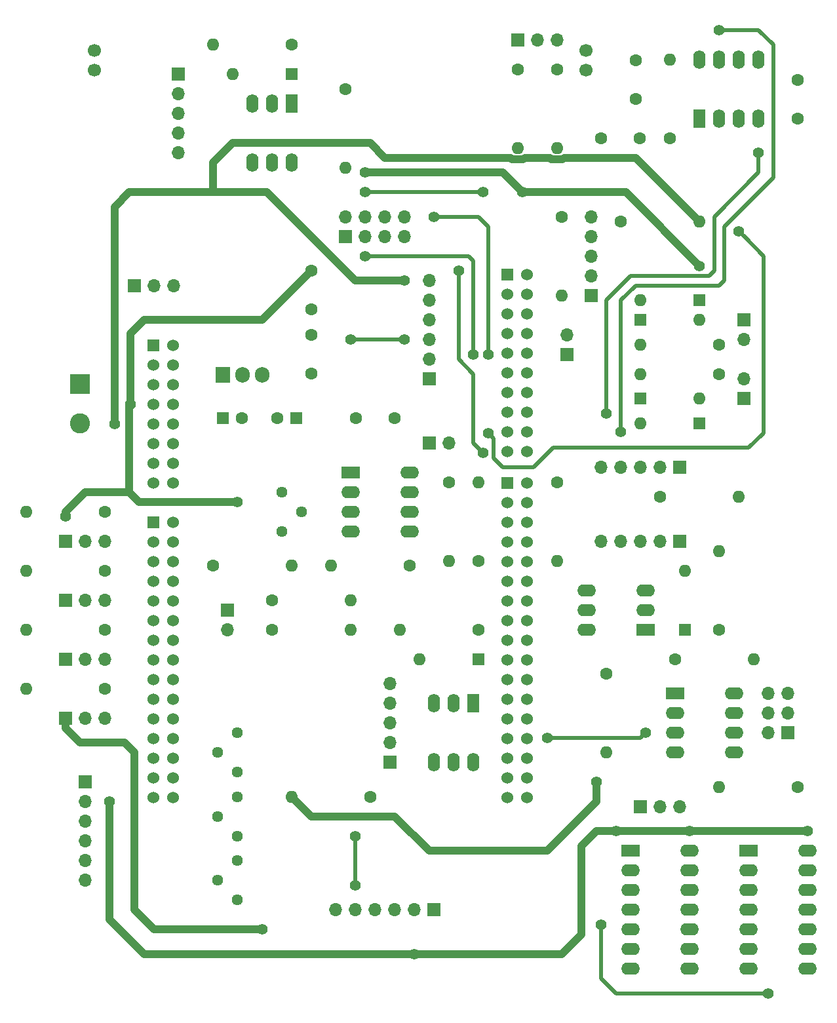
<source format=gbr>
%TF.GenerationSoftware,KiCad,Pcbnew,(5.1.6)-1*%
%TF.CreationDate,2022-04-08T07:46:14+02:00*%
%TF.ProjectId,carteDmx512vFinale,63617274-6544-46d7-9835-31327646696e,VILLEMEJANE*%
%TF.SameCoordinates,Original*%
%TF.FileFunction,Copper,L1,Top*%
%TF.FilePolarity,Positive*%
%FSLAX46Y46*%
G04 Gerber Fmt 4.6, Leading zero omitted, Abs format (unit mm)*
G04 Created by KiCad (PCBNEW (5.1.6)-1) date 2022-04-08 07:46:14*
%MOMM*%
%LPD*%
G01*
G04 APERTURE LIST*
%TA.AperFunction,ComponentPad*%
%ADD10O,1.600000X2.400000*%
%TD*%
%TA.AperFunction,ComponentPad*%
%ADD11R,1.600000X2.400000*%
%TD*%
%TA.AperFunction,ComponentPad*%
%ADD12R,1.530000X1.530000*%
%TD*%
%TA.AperFunction,ComponentPad*%
%ADD13C,1.530000*%
%TD*%
%TA.AperFunction,ComponentPad*%
%ADD14C,1.700000*%
%TD*%
%TA.AperFunction,ComponentPad*%
%ADD15O,1.600000X1.600000*%
%TD*%
%TA.AperFunction,ComponentPad*%
%ADD16C,1.600000*%
%TD*%
%TA.AperFunction,ComponentPad*%
%ADD17R,1.600000X1.600000*%
%TD*%
%TA.AperFunction,ComponentPad*%
%ADD18R,1.700000X1.700000*%
%TD*%
%TA.AperFunction,ComponentPad*%
%ADD19O,1.700000X1.700000*%
%TD*%
%TA.AperFunction,ComponentPad*%
%ADD20R,2.600000X2.600000*%
%TD*%
%TA.AperFunction,ComponentPad*%
%ADD21C,2.600000*%
%TD*%
%TA.AperFunction,ComponentPad*%
%ADD22C,1.440000*%
%TD*%
%TA.AperFunction,ComponentPad*%
%ADD23O,2.400000X1.600000*%
%TD*%
%TA.AperFunction,ComponentPad*%
%ADD24R,2.400000X1.600000*%
%TD*%
%TA.AperFunction,ComponentPad*%
%ADD25R,1.905000X2.000000*%
%TD*%
%TA.AperFunction,ComponentPad*%
%ADD26O,1.905000X2.000000*%
%TD*%
%TA.AperFunction,ViaPad*%
%ADD27C,1.400000*%
%TD*%
%TA.AperFunction,Conductor*%
%ADD28C,0.500000*%
%TD*%
%TA.AperFunction,Conductor*%
%ADD29C,1.000000*%
%TD*%
G04 APERTURE END LIST*
D10*
%TO.P,U10,8*%
%TO.N,Net-(C7-Pad1)*%
X103505000Y-26035000D03*
%TO.P,U10,4*%
%TO.N,EQ_Strobe*%
X111125000Y-33655000D03*
%TO.P,U10,7*%
%TO.N,EQ_Reset*%
X106045000Y-26035000D03*
%TO.P,U10,3*%
%TO.N,EQ_out*%
X108585000Y-33655000D03*
%TO.P,U10,6*%
%TO.N,Net-(C8-Pad1)*%
X108585000Y-26035000D03*
%TO.P,U10,2*%
%TO.N,GND*%
X106045000Y-33655000D03*
%TO.P,U10,5*%
%TO.N,Net-(C2-Pad2)*%
X111125000Y-26035000D03*
D11*
%TO.P,U10,1*%
%TO.N,3.3V*%
X103505000Y-33655000D03*
%TD*%
D12*
%TO.P,U7,CN8_1*%
%TO.N,Net-(U7-PadCN8_1)*%
X32985001Y-62970001D03*
D13*
%TO.P,U7,CN8_2*%
%TO.N,Bandeau_LED*%
X35525001Y-62970001D03*
%TO.P,U7,CN8_3*%
%TO.N,Net-(U7-PadCN8_3)*%
X32985001Y-65510001D03*
%TO.P,U7,CN8_4*%
%TO.N,Net-(U7-PadCN8_4)*%
X35525001Y-65510001D03*
%TO.P,U7,CN8_5*%
%TO.N,Net-(U7-PadCN8_5)*%
X32985001Y-68050001D03*
%TO.P,U7,CN8_6*%
%TO.N,Net-(U7-PadCN8_6)*%
X35525001Y-68050001D03*
%TO.P,U7,CN8_7*%
%TO.N,3.3V*%
X32985001Y-70590001D03*
%TO.P,U7,CN8_8*%
%TO.N,Net-(U7-PadCN8_8)*%
X35525001Y-70590001D03*
%TO.P,U7,CN8_9*%
%TO.N,5V*%
X32985001Y-73130001D03*
%TO.P,U7,CN8_10*%
%TO.N,Net-(U7-PadCN8_10)*%
X35525001Y-73130001D03*
%TO.P,U7,CN8_11*%
%TO.N,GND*%
X32985001Y-75670001D03*
%TO.P,U7,CN8_12*%
%TO.N,Net-(U7-PadCN8_12)*%
X35525001Y-75670001D03*
%TO.P,U7,CN8_13*%
%TO.N,GND*%
X32985001Y-78210001D03*
%TO.P,U7,CN8_14*%
%TO.N,Net-(U7-PadCN8_14)*%
X35525001Y-78210001D03*
%TO.P,U7,CN8_15*%
%TO.N,Vinput*%
X32985001Y-80750001D03*
%TO.P,U7,CN8_16*%
%TO.N,Net-(U7-PadCN8_16)*%
X35525001Y-80750001D03*
D12*
%TO.P,U7,CN9_1*%
%TO.N,Net-(U7-PadCN9_1)*%
X32985001Y-85830001D03*
D13*
%TO.P,U7,CN9_2*%
%TO.N,Net-(U7-PadCN9_2)*%
X35525001Y-85830001D03*
%TO.P,U7,CN9_3*%
%TO.N,Net-(U7-PadCN9_3)*%
X32985001Y-88370001D03*
%TO.P,U7,CN9_4*%
%TO.N,Net-(U7-PadCN9_4)*%
X35525001Y-88370001D03*
%TO.P,U7,CN9_5*%
%TO.N,Net-(U7-PadCN9_5)*%
X32985001Y-90910001D03*
%TO.P,U7,CN9_6*%
%TO.N,Net-(U7-PadCN9_6)*%
X35525001Y-90910001D03*
%TO.P,U7,CN9_7*%
%TO.N,Net-(U7-PadCN9_7)*%
X32985001Y-93450001D03*
%TO.P,U7,CN9_8*%
%TO.N,Net-(U7-PadCN9_8)*%
X35525001Y-93450001D03*
%TO.P,U7,CN9_9*%
%TO.N,Net-(U7-PadCN9_9)*%
X32985001Y-95990001D03*
%TO.P,U7,CN9_10*%
%TO.N,Net-(U7-PadCN9_10)*%
X35525001Y-95990001D03*
%TO.P,U7,CN9_11*%
%TO.N,Net-(U7-PadCN9_11)*%
X32985001Y-98530001D03*
%TO.P,U7,CN9_12*%
%TO.N,GND*%
X35525001Y-98530001D03*
%TO.P,U7,CN9_13*%
%TO.N,Net-(U7-PadCN9_13)*%
X32985001Y-101070001D03*
%TO.P,U7,CN9_14*%
%TO.N,SCK_SD*%
X35525001Y-101070001D03*
%TO.P,U7,CN9_15*%
%TO.N,DIG_IN_1*%
X32985001Y-103610001D03*
%TO.P,U7,CN9_16*%
%TO.N,Net-(U7-PadCN9_16)*%
X35525001Y-103610001D03*
%TO.P,U7,CN9_17*%
%TO.N,DIG_IN_2*%
X32985001Y-106150001D03*
%TO.P,U7,CN9_18*%
%TO.N,MISO_SD*%
X35525001Y-106150001D03*
%TO.P,U7,CN9_19*%
%TO.N,DIG_IN_3*%
X32985001Y-108690001D03*
%TO.P,U7,CN9_20*%
%TO.N,MOSI_SD*%
X35525001Y-108690001D03*
%TO.P,U7,CN9_21*%
%TO.N,DIG_IN_4*%
X32985001Y-111230001D03*
%TO.P,U7,CN9_22*%
%TO.N,CS_SDCar*%
X35525001Y-111230001D03*
%TO.P,U7,CN9_23*%
%TO.N,GND*%
X32985001Y-113770001D03*
%TO.P,U7,CN9_24*%
%TO.N,AnInR*%
X35525001Y-113770001D03*
%TO.P,U7,CN9_25*%
%TO.N,RX_BT_HC05*%
X32985001Y-116310001D03*
%TO.P,U7,CN9_26*%
%TO.N,AnInG*%
X35525001Y-116310001D03*
%TO.P,U7,CN9_27*%
%TO.N,TX_BT_HC05*%
X32985001Y-118850001D03*
%TO.P,U7,CN9_28*%
%TO.N,AnInB*%
X35525001Y-118850001D03*
D12*
%TO.P,U7,CN7_1*%
%TO.N,Net-(U7-PadCN7_1)*%
X78705001Y-53826001D03*
D13*
%TO.P,U7,CN7_2*%
%TO.N,MIDI1_IN_RX*%
X81245001Y-53826001D03*
D12*
%TO.P,U7,CN10_1*%
%TO.N,Net-(U7-PadCN10_1)*%
X78705001Y-80750001D03*
D13*
%TO.P,U7,CN10_2*%
%TO.N,RS_LCD*%
X81245001Y-80750001D03*
%TO.P,U7,CN10_3*%
%TO.N,Net-(U7-PadCN10_3)*%
X78705001Y-83290001D03*
%TO.P,U7,CN10_4*%
%TO.N,Net-(U7-PadCN10_4)*%
X81245001Y-83290001D03*
%TO.P,U7,CN10_5*%
%TO.N,Net-(U7-PadCN10_5)*%
X78705001Y-85830001D03*
%TO.P,U7,CN10_6*%
%TO.N,Net-(U7-PadCN10_6)*%
X81245001Y-85830001D03*
%TO.P,U7,CN10_7*%
%TO.N,Pitch_In*%
X78705001Y-88370001D03*
%TO.P,U7,CN10_8*%
%TO.N,Net-(U7-PadCN10_8)*%
X81245001Y-88370001D03*
%TO.P,U7,CN10_9*%
%TO.N,Volume_In*%
X78705001Y-90910001D03*
%TO.P,U7,CN10_10*%
%TO.N,Net-(U7-PadCN10_10)*%
X81245001Y-90910001D03*
%TO.P,U7,CN10_11*%
%TO.N,Net-(U7-PadCN10_11)*%
X78705001Y-93450001D03*
%TO.P,U7,CN10_12*%
%TO.N,Net-(U7-PadCN10_12)*%
X81245001Y-93450001D03*
%TO.P,U7,CN10_13*%
%TO.N,Net-(U7-PadCN10_13)*%
X78705001Y-95990001D03*
%TO.P,U7,CN10_14*%
%TO.N,MIDI2_OUT_TX*%
X81245001Y-95990001D03*
%TO.P,U7,CN10_15*%
%TO.N,Net-(U7-PadCN10_15)*%
X78705001Y-98530001D03*
%TO.P,U7,CN10_16*%
%TO.N,MIDI2_IN_RX*%
X81245001Y-98530001D03*
%TO.P,U7,CN10_17*%
%TO.N,Net-(U7-PadCN10_17)*%
X78705001Y-101070001D03*
%TO.P,U7,CN10_18*%
%TO.N,TX_DMX*%
X81245001Y-101070001D03*
%TO.P,U7,CN10_19*%
%TO.N,Net-(U7-PadCN10_19)*%
X78705001Y-103610001D03*
%TO.P,U7,CN10_20*%
%TO.N,Net-(U7-PadCN10_20)*%
X81245001Y-103610001D03*
%TO.P,U7,CN10_21*%
%TO.N,Net-(U7-PadCN10_21)*%
X78705001Y-106150001D03*
%TO.P,U7,CN10_22*%
%TO.N,Net-(U7-PadCN10_22)*%
X81245001Y-106150001D03*
%TO.P,U7,CN10_23*%
%TO.N,Net-(U7-PadCN10_23)*%
X78705001Y-108690001D03*
%TO.P,U7,CN10_24*%
%TO.N,start*%
X81245001Y-108690001D03*
%TO.P,U7,CN10_25*%
%TO.N,Net-(U7-PadCN10_25)*%
X78705001Y-111230001D03*
%TO.P,U7,CN10_26*%
%TO.N,out_s*%
X81245001Y-111230001D03*
%TO.P,U7,CN10_27*%
%TO.N,Net-(U7-PadCN10_27)*%
X78705001Y-113770001D03*
%TO.P,U7,CN10_28*%
%TO.N,enable*%
X81245001Y-113770001D03*
%TO.P,U7,CN10_29*%
%TO.N,Net-(U7-PadCN10_29)*%
X78705001Y-116310001D03*
%TO.P,U7,CN10_30*%
%TO.N,Net-(U7-PadCN10_30)*%
X81245001Y-116310001D03*
%TO.P,U7,CN10_31*%
%TO.N,LED1*%
X78705001Y-118850001D03*
%TO.P,U7,CN10_32*%
%TO.N,Net-(U7-PadCN10_32)*%
X81245001Y-118850001D03*
%TO.P,U7,CN7_3*%
%TO.N,CSN_nrF*%
X78705001Y-56366001D03*
%TO.P,U7,CN7_4*%
%TO.N,MIDI1_OUT_TX*%
X81245001Y-56366001D03*
%TO.P,U7,CN7_5*%
%TO.N,CS_LCD*%
X78705001Y-58906001D03*
%TO.P,U7,CN7_6*%
%TO.N,Net-(U7-PadCN7_6)*%
X81245001Y-58906001D03*
%TO.P,U7,CN7_7*%
%TO.N,Net-(U7-PadCN7_7)*%
X78705001Y-61446001D03*
%TO.P,U7,CN7_8*%
%TO.N,GND*%
X81245001Y-61446001D03*
%TO.P,U7,CN7_9*%
%TO.N,IRQ_nrF*%
X78705001Y-63986001D03*
%TO.P,U7,CN7_10*%
%TO.N,DAC1*%
X81245001Y-63986001D03*
%TO.P,U7,CN7_11*%
%TO.N,CE_nrF*%
X78705001Y-66526001D03*
%TO.P,U7,CN7_12*%
%TO.N,AnalogIn2*%
X81245001Y-66526001D03*
%TO.P,U7,CN7_13*%
%TO.N,MOSI_nrF*%
X78705001Y-69066001D03*
%TO.P,U7,CN7_14*%
%TO.N,AnalogIn1*%
X81245001Y-69066001D03*
%TO.P,U7,CN7_15*%
%TO.N,SCK_nrF*%
X78705001Y-71606001D03*
%TO.P,U7,CN7_16*%
%TO.N,EQ_Strobe*%
X81245001Y-71606001D03*
%TO.P,U7,CN7_17*%
%TO.N,EQ_out*%
X78705001Y-74146001D03*
%TO.P,U7,CN7_18*%
%TO.N,EQ_Reset*%
X81245001Y-74146001D03*
%TO.P,U7,CN7_19*%
%TO.N,MISO_nrF*%
X78705001Y-76686001D03*
%TO.P,U7,CN7_20*%
%TO.N,Net-(U7-PadCN7_20)*%
X81245001Y-76686001D03*
%TO.P,U7,CN9_29*%
%TO.N,Net-(U7-PadCN9_29)*%
X32985001Y-121390001D03*
%TO.P,U7,CN9_30*%
%TO.N,Net-(U7-PadCN9_30)*%
X35525001Y-121390001D03*
%TO.P,U7,CN10_33*%
%TO.N,MIDI3_IN_RX*%
X78705001Y-121390001D03*
%TO.P,U7,CN10_34*%
%TO.N,Net-(U7-PadCN10_34)*%
X81245001Y-121390001D03*
D14*
%TO.P,U7,CN2_1*%
%TO.N,N/C*%
X25365001Y-24875001D03*
%TO.P,U7,CN3_1*%
X88865001Y-24875001D03*
%TO.P,U7,CN2_2*%
X25365001Y-27415001D03*
%TO.P,U7,CN3_2*%
X88865001Y-27415001D03*
%TD*%
D15*
%TO.P,R7,2*%
%TO.N,Net-(J9-Pad2)*%
X106045000Y-89535000D03*
D16*
%TO.P,R7,1*%
%TO.N,Net-(D2-Pad1)*%
X106045000Y-99695000D03*
%TD*%
D15*
%TO.P,R6,2*%
%TO.N,3.3V*%
X57785000Y-40005000D03*
D16*
%TO.P,R6,1*%
%TO.N,MIDI1_IN_RX*%
X57785000Y-29845000D03*
%TD*%
%TO.P,C3,1*%
%TO.N,GND*%
X59135000Y-72390000D03*
%TO.P,C3,2*%
%TO.N,Vinput*%
X64135000Y-72390000D03*
%TD*%
%TO.P,C1,1*%
%TO.N,GND*%
X53340000Y-58340000D03*
%TO.P,C1,2*%
%TO.N,3.3V*%
X53340000Y-53340000D03*
%TD*%
D17*
%TO.P,C4,1*%
%TO.N,Vinput*%
X41910000Y-72390000D03*
D16*
%TO.P,C4,2*%
%TO.N,GND*%
X44410000Y-72390000D03*
%TD*%
%TO.P,C5,2*%
%TO.N,GND*%
X48935000Y-72390000D03*
D17*
%TO.P,C5,1*%
%TO.N,5V_REG*%
X51435000Y-72390000D03*
%TD*%
D16*
%TO.P,C6,2*%
%TO.N,5V_REG*%
X53340000Y-66595000D03*
%TO.P,C6,1*%
%TO.N,GND*%
X53340000Y-61595000D03*
%TD*%
D17*
%TO.P,D1,1*%
%TO.N,Net-(D1-Pad1)*%
X50800000Y-27940000D03*
D15*
%TO.P,D1,2*%
%TO.N,Net-(D1-Pad2)*%
X43180000Y-27940000D03*
%TD*%
%TO.P,D2,2*%
%TO.N,Net-(D2-Pad2)*%
X101600000Y-92075000D03*
D17*
%TO.P,D2,1*%
%TO.N,Net-(D2-Pad1)*%
X101600000Y-99695000D03*
%TD*%
%TO.P,D3,1*%
%TO.N,3.3V*%
X103505000Y-73025000D03*
D15*
%TO.P,D3,2*%
%TO.N,AnalogIn1*%
X95885000Y-73025000D03*
%TD*%
%TO.P,D4,2*%
%TO.N,GND*%
X103505000Y-69850000D03*
D17*
%TO.P,D4,1*%
%TO.N,AnalogIn1*%
X95885000Y-69850000D03*
%TD*%
%TO.P,D5,1*%
%TO.N,Net-(D5-Pad1)*%
X74930000Y-103505000D03*
D15*
%TO.P,D5,2*%
%TO.N,Net-(D5-Pad2)*%
X67310000Y-103505000D03*
%TD*%
D17*
%TO.P,D6,1*%
%TO.N,3.3V*%
X103505000Y-57150000D03*
D15*
%TO.P,D6,2*%
%TO.N,AnalogIn2*%
X95885000Y-57150000D03*
%TD*%
%TO.P,D7,2*%
%TO.N,GND*%
X103505000Y-59690000D03*
D17*
%TO.P,D7,1*%
%TO.N,AnalogIn2*%
X95885000Y-59690000D03*
%TD*%
D18*
%TO.P,J1,1*%
%TO.N,GND*%
X109220000Y-69850000D03*
D19*
%TO.P,J1,2*%
%TO.N,Net-(J1-Pad2)*%
X109220000Y-67310000D03*
%TD*%
D18*
%TO.P,J3,1*%
%TO.N,Net-(J3-Pad1)*%
X114935000Y-113030000D03*
D19*
%TO.P,J3,2*%
X112395000Y-113030000D03*
%TO.P,J3,3*%
%TO.N,Net-(J3-Pad3)*%
X114935000Y-110490000D03*
%TO.P,J3,4*%
X112395000Y-110490000D03*
%TO.P,J3,5*%
%TO.N,GND*%
X114935000Y-107950000D03*
%TO.P,J3,6*%
X112395000Y-107950000D03*
%TD*%
D20*
%TO.P,J6,1*%
%TO.N,GND*%
X23495000Y-67945000D03*
D21*
%TO.P,J6,2*%
%TO.N,Vinput*%
X23495000Y-73025000D03*
%TD*%
D18*
%TO.P,J7,1*%
%TO.N,Net-(J7-Pad1)*%
X36195000Y-27940000D03*
D19*
%TO.P,J7,2*%
%TO.N,Net-(J7-Pad2)*%
X36195000Y-30480000D03*
%TO.P,J7,3*%
%TO.N,Net-(J7-Pad3)*%
X36195000Y-33020000D03*
%TO.P,J7,4*%
%TO.N,Net-(D1-Pad2)*%
X36195000Y-35560000D03*
%TO.P,J7,5*%
%TO.N,Net-(J7-Pad5)*%
X36195000Y-38100000D03*
%TD*%
D18*
%TO.P,J8,1*%
%TO.N,GND*%
X57785000Y-48895000D03*
D19*
%TO.P,J8,2*%
%TO.N,3.3V*%
X57785000Y-46355000D03*
%TO.P,J8,3*%
%TO.N,CE_nrF*%
X60325000Y-48895000D03*
%TO.P,J8,4*%
%TO.N,CSN_nrF*%
X60325000Y-46355000D03*
%TO.P,J8,5*%
%TO.N,SCK_nrF*%
X62865000Y-48895000D03*
%TO.P,J8,6*%
%TO.N,MOSI_nrF*%
X62865000Y-46355000D03*
%TO.P,J8,7*%
%TO.N,MISO_nrF*%
X65405000Y-48895000D03*
%TO.P,J8,8*%
%TO.N,IRQ_nrF*%
X65405000Y-46355000D03*
%TD*%
%TO.P,J9,5*%
%TO.N,Net-(J9-Pad5)*%
X90805000Y-88265000D03*
%TO.P,J9,4*%
%TO.N,Net-(D2-Pad2)*%
X93345000Y-88265000D03*
%TO.P,J9,3*%
%TO.N,Net-(J9-Pad3)*%
X95885000Y-88265000D03*
%TO.P,J9,2*%
%TO.N,Net-(J9-Pad2)*%
X98425000Y-88265000D03*
D18*
%TO.P,J9,1*%
%TO.N,Net-(J9-Pad1)*%
X100965000Y-88265000D03*
%TD*%
%TO.P,J10,1*%
%TO.N,Net-(J10-Pad1)*%
X63500000Y-116840000D03*
D19*
%TO.P,J10,2*%
%TO.N,Net-(J10-Pad2)*%
X63500000Y-114300000D03*
%TO.P,J10,3*%
%TO.N,Net-(J10-Pad3)*%
X63500000Y-111760000D03*
%TO.P,J10,4*%
%TO.N,Net-(D5-Pad2)*%
X63500000Y-109220000D03*
%TO.P,J10,5*%
%TO.N,Net-(J10-Pad5)*%
X63500000Y-106680000D03*
%TD*%
D18*
%TO.P,J11,1*%
%TO.N,GND*%
X109220000Y-59690000D03*
D19*
%TO.P,J11,2*%
%TO.N,Net-(J11-Pad2)*%
X109220000Y-62230000D03*
%TD*%
D18*
%TO.P,J12,1*%
%TO.N,Net-(J12-Pad1)*%
X89535000Y-56515000D03*
D19*
%TO.P,J12,2*%
%TO.N,Net-(J12-Pad2)*%
X89535000Y-53975000D03*
%TO.P,J12,3*%
%TO.N,GND*%
X89535000Y-51435000D03*
%TO.P,J12,4*%
%TO.N,Net-(J12-Pad4)*%
X89535000Y-48895000D03*
%TO.P,J12,5*%
%TO.N,Net-(J12-Pad5)*%
X89535000Y-46355000D03*
%TD*%
%TO.P,J13,5*%
%TO.N,Net-(J13-Pad5)*%
X90805000Y-78740000D03*
%TO.P,J13,4*%
%TO.N,Net-(J13-Pad4)*%
X93345000Y-78740000D03*
%TO.P,J13,3*%
%TO.N,GND*%
X95885000Y-78740000D03*
%TO.P,J13,2*%
%TO.N,Net-(J13-Pad2)*%
X98425000Y-78740000D03*
D18*
%TO.P,J13,1*%
%TO.N,Net-(J13-Pad1)*%
X100965000Y-78740000D03*
%TD*%
D19*
%TO.P,J14,2*%
%TO.N,GND*%
X86360000Y-61595000D03*
D18*
%TO.P,J14,1*%
%TO.N,DAC1*%
X86360000Y-64135000D03*
%TD*%
%TO.P,J16,1*%
%TO.N,3.3V*%
X21590000Y-103505000D03*
D19*
%TO.P,J16,2*%
%TO.N,GND*%
X24130000Y-103505000D03*
%TO.P,J16,3*%
%TO.N,DIG_IN_3*%
X26670000Y-103505000D03*
%TD*%
%TO.P,J17,3*%
%TO.N,DIG_IN_1*%
X26670000Y-88265000D03*
%TO.P,J17,2*%
%TO.N,GND*%
X24130000Y-88265000D03*
D18*
%TO.P,J17,1*%
%TO.N,3.3V*%
X21590000Y-88265000D03*
%TD*%
%TO.P,J18,1*%
%TO.N,3.3V*%
X21590000Y-111125000D03*
D19*
%TO.P,J18,2*%
%TO.N,GND*%
X24130000Y-111125000D03*
%TO.P,J18,3*%
%TO.N,DIG_IN_4*%
X26670000Y-111125000D03*
%TD*%
%TO.P,J19,3*%
%TO.N,DIG_IN_2*%
X26670000Y-95885000D03*
%TO.P,J19,2*%
%TO.N,GND*%
X24130000Y-95885000D03*
D18*
%TO.P,J19,1*%
%TO.N,3.3V*%
X21590000Y-95885000D03*
%TD*%
D16*
%TO.P,R1,1*%
%TO.N,Net-(J3-Pad3)*%
X116205000Y-120015000D03*
D15*
%TO.P,R1,2*%
%TO.N,Net-(J3-Pad1)*%
X106045000Y-120015000D03*
%TD*%
%TO.P,R2,2*%
%TO.N,GND*%
X110490000Y-103505000D03*
D16*
%TO.P,R2,1*%
%TO.N,Net-(R2-Pad1)*%
X100330000Y-103505000D03*
%TD*%
%TO.P,R3,1*%
%TO.N,Net-(R3-Pad1)*%
X48260000Y-95885000D03*
D15*
%TO.P,R3,2*%
%TO.N,Net-(R3-Pad2)*%
X58420000Y-95885000D03*
%TD*%
D16*
%TO.P,R4,1*%
%TO.N,Net-(R3-Pad1)*%
X48260000Y-99695000D03*
D15*
%TO.P,R4,2*%
%TO.N,Pit_In*%
X58420000Y-99695000D03*
%TD*%
%TO.P,R5,2*%
%TO.N,Net-(J7-Pad2)*%
X40640000Y-24130000D03*
D16*
%TO.P,R5,1*%
%TO.N,Net-(D1-Pad1)*%
X50800000Y-24130000D03*
%TD*%
%TO.P,R8,1*%
%TO.N,MIDI2_IN_RX*%
X91440000Y-105410000D03*
D15*
%TO.P,R8,2*%
%TO.N,3.3V*%
X91440000Y-115570000D03*
%TD*%
%TO.P,R9,2*%
%TO.N,AnalogIn1*%
X95885000Y-66675000D03*
D16*
%TO.P,R9,1*%
%TO.N,Net-(J1-Pad2)*%
X106045000Y-66675000D03*
%TD*%
D15*
%TO.P,R10,2*%
%TO.N,Net-(J10-Pad2)*%
X64770000Y-99695000D03*
D16*
%TO.P,R10,1*%
%TO.N,Net-(D5-Pad1)*%
X74930000Y-99695000D03*
%TD*%
D15*
%TO.P,R11,2*%
%TO.N,3.3V*%
X50800000Y-121285000D03*
D16*
%TO.P,R11,1*%
%TO.N,MIDI3_IN_RX*%
X60960000Y-121285000D03*
%TD*%
%TO.P,R12,1*%
%TO.N,Net-(J11-Pad2)*%
X106045000Y-62865000D03*
D15*
%TO.P,R12,2*%
%TO.N,AnalogIn2*%
X95885000Y-62865000D03*
%TD*%
D16*
%TO.P,R13,1*%
%TO.N,Net-(J12-Pad2)*%
X93345000Y-46990000D03*
D15*
%TO.P,R13,2*%
%TO.N,5V*%
X103505000Y-46990000D03*
%TD*%
%TO.P,R14,2*%
%TO.N,MIDI1_OUT_TX*%
X85725000Y-56515000D03*
D16*
%TO.P,R14,1*%
%TO.N,Net-(J12-Pad4)*%
X85725000Y-46355000D03*
%TD*%
D15*
%TO.P,R15,2*%
%TO.N,MIDI2_OUT_TX*%
X85090000Y-90805000D03*
D16*
%TO.P,R15,1*%
%TO.N,Net-(J13-Pad4)*%
X85090000Y-80645000D03*
%TD*%
%TO.P,R16,1*%
%TO.N,Net-(J13-Pad2)*%
X98425000Y-82550000D03*
D15*
%TO.P,R16,2*%
%TO.N,5V*%
X108585000Y-82550000D03*
%TD*%
D16*
%TO.P,R17,1*%
%TO.N,GND*%
X40640000Y-91440000D03*
D15*
%TO.P,R17,2*%
%TO.N,Net-(R17-Pad2)*%
X50800000Y-91440000D03*
%TD*%
%TO.P,R18,2*%
%TO.N,Net-(R17-Pad2)*%
X55880000Y-91440000D03*
D16*
%TO.P,R18,1*%
%TO.N,Pitch_In*%
X66040000Y-91440000D03*
%TD*%
D15*
%TO.P,R19,2*%
%TO.N,GND*%
X16510000Y-84455000D03*
D16*
%TO.P,R19,1*%
%TO.N,DIG_IN_1*%
X26670000Y-84455000D03*
%TD*%
%TO.P,R20,1*%
%TO.N,DIG_IN_3*%
X26670000Y-99695000D03*
D15*
%TO.P,R20,2*%
%TO.N,GND*%
X16510000Y-99695000D03*
%TD*%
D16*
%TO.P,R21,1*%
%TO.N,DIG_IN_4*%
X26670000Y-107315000D03*
D15*
%TO.P,R21,2*%
%TO.N,GND*%
X16510000Y-107315000D03*
%TD*%
D16*
%TO.P,R22,1*%
%TO.N,DIG_IN_2*%
X26670000Y-92075000D03*
D15*
%TO.P,R22,2*%
%TO.N,GND*%
X16510000Y-92075000D03*
%TD*%
D16*
%TO.P,R23,1*%
%TO.N,Vol_In*%
X71120000Y-80645000D03*
D15*
%TO.P,R23,2*%
%TO.N,Volume_In*%
X71120000Y-90805000D03*
%TD*%
%TO.P,R24,2*%
%TO.N,GND*%
X74930000Y-80645000D03*
D16*
%TO.P,R24,1*%
%TO.N,Volume_In*%
X74930000Y-90805000D03*
%TD*%
D22*
%TO.P,RV1,1*%
%TO.N,3.3V*%
X43815000Y-113030000D03*
%TO.P,RV1,2*%
%TO.N,AnInR*%
X41275000Y-115570000D03*
%TO.P,RV1,3*%
%TO.N,GND*%
X43815000Y-118110000D03*
%TD*%
%TO.P,RV2,3*%
%TO.N,GND*%
X43815000Y-126365000D03*
%TO.P,RV2,2*%
%TO.N,AnInG*%
X41275000Y-123825000D03*
%TO.P,RV2,1*%
%TO.N,3.3V*%
X43815000Y-121285000D03*
%TD*%
%TO.P,RV3,3*%
%TO.N,GND*%
X43815000Y-134620000D03*
%TO.P,RV3,2*%
%TO.N,AnInB*%
X41275000Y-132080000D03*
%TO.P,RV3,1*%
%TO.N,3.3V*%
X43815000Y-129540000D03*
%TD*%
%TO.P,RV4,1*%
%TO.N,3.3V*%
X49530000Y-86995000D03*
%TO.P,RV4,2*%
%TO.N,Net-(RV4-Pad2)*%
X52070000Y-84455000D03*
%TO.P,RV4,3*%
%TO.N,GND*%
X49530000Y-81915000D03*
%TD*%
D23*
%TO.P,U1,14*%
%TO.N,5V*%
X117475000Y-128270000D03*
%TO.P,U1,7*%
%TO.N,GND*%
X109855000Y-143510000D03*
%TO.P,U1,13*%
%TO.N,Net-(J2-Pad1)*%
X117475000Y-130810000D03*
%TO.P,U1,6*%
%TO.N,start*%
X109855000Y-140970000D03*
%TO.P,U1,12*%
%TO.N,Net-(J2-Pad1)*%
X117475000Y-133350000D03*
%TO.P,U1,5*%
%TO.N,out_s*%
X109855000Y-138430000D03*
%TO.P,U1,11*%
%TO.N,Net-(J2-Pad3)*%
X117475000Y-135890000D03*
%TO.P,U1,4*%
%TO.N,Net-(U1-Pad4)*%
X109855000Y-135890000D03*
%TO.P,U1,10*%
%TO.N,N/C*%
X117475000Y-138430000D03*
%TO.P,U1,3*%
X109855000Y-133350000D03*
%TO.P,U1,9*%
X117475000Y-140970000D03*
%TO.P,U1,2*%
X109855000Y-130810000D03*
%TO.P,U1,8*%
X117475000Y-143510000D03*
D24*
%TO.P,U1,1*%
X109855000Y-128270000D03*
%TD*%
%TO.P,U2,1*%
%TO.N,TX_DMX*%
X94615000Y-128270000D03*
D23*
%TO.P,U2,8*%
%TO.N,Net-(U1-Pad4)*%
X102235000Y-143510000D03*
%TO.P,U2,2*%
%TO.N,notstart*%
X94615000Y-130810000D03*
%TO.P,U2,9*%
%TO.N,Net-(U2-Pad11)*%
X102235000Y-140970000D03*
%TO.P,U2,3*%
%TO.N,Net-(U2-Pad12)*%
X94615000Y-133350000D03*
%TO.P,U2,10*%
%TO.N,Net-(J2-Pad1)*%
X102235000Y-138430000D03*
%TO.P,U2,4*%
%TO.N,notstart*%
X94615000Y-135890000D03*
%TO.P,U2,11*%
%TO.N,Net-(U2-Pad11)*%
X102235000Y-135890000D03*
%TO.P,U2,5*%
%TO.N,start*%
X94615000Y-138430000D03*
%TO.P,U2,12*%
%TO.N,Net-(U2-Pad12)*%
X102235000Y-133350000D03*
%TO.P,U2,6*%
%TO.N,start*%
X94615000Y-140970000D03*
%TO.P,U2,13*%
%TO.N,Net-(U2-Pad12)*%
X102235000Y-130810000D03*
%TO.P,U2,7*%
%TO.N,GND*%
X94615000Y-143510000D03*
%TO.P,U2,14*%
%TO.N,5V*%
X102235000Y-128270000D03*
%TD*%
%TO.P,U3,8*%
%TO.N,5V*%
X107950000Y-107950000D03*
%TO.P,U3,4*%
%TO.N,DMX_TX*%
X100330000Y-115570000D03*
%TO.P,U3,7*%
%TO.N,Net-(J3-Pad3)*%
X107950000Y-110490000D03*
%TO.P,U3,3*%
%TO.N,enable*%
X100330000Y-113030000D03*
%TO.P,U3,6*%
%TO.N,Net-(J3-Pad1)*%
X107950000Y-113030000D03*
%TO.P,U3,2*%
%TO.N,5V*%
X100330000Y-110490000D03*
%TO.P,U3,5*%
%TO.N,GND*%
X107950000Y-115570000D03*
D24*
%TO.P,U3,1*%
%TO.N,Net-(R2-Pad1)*%
X100330000Y-107950000D03*
%TD*%
D10*
%TO.P,U4,6*%
%TO.N,Net-(U4-Pad6)*%
X50800000Y-39370000D03*
%TO.P,U4,3*%
%TO.N,Net-(U4-Pad3)*%
X45720000Y-31750000D03*
%TO.P,U4,5*%
%TO.N,MIDI1_IN_RX*%
X48260000Y-39370000D03*
%TO.P,U4,2*%
%TO.N,Net-(D1-Pad2)*%
X48260000Y-31750000D03*
%TO.P,U4,4*%
%TO.N,GND*%
X45720000Y-39370000D03*
D11*
%TO.P,U4,1*%
%TO.N,Net-(D1-Pad1)*%
X50800000Y-31750000D03*
%TD*%
D24*
%TO.P,U5,1*%
%TO.N,Net-(D2-Pad1)*%
X96520000Y-99695000D03*
D23*
%TO.P,U5,4*%
%TO.N,GND*%
X88900000Y-94615000D03*
%TO.P,U5,2*%
%TO.N,Net-(D2-Pad2)*%
X96520000Y-97155000D03*
%TO.P,U5,5*%
%TO.N,MIDI2_IN_RX*%
X88900000Y-97155000D03*
%TO.P,U5,3*%
%TO.N,Net-(U5-Pad3)*%
X96520000Y-94615000D03*
%TO.P,U5,6*%
%TO.N,Net-(U5-Pad6)*%
X88900000Y-99695000D03*
%TD*%
D11*
%TO.P,U6,1*%
%TO.N,Net-(D5-Pad1)*%
X74295000Y-109220000D03*
D10*
%TO.P,U6,4*%
%TO.N,GND*%
X69215000Y-116840000D03*
%TO.P,U6,2*%
%TO.N,Net-(D5-Pad2)*%
X71755000Y-109220000D03*
%TO.P,U6,5*%
%TO.N,MIDI3_IN_RX*%
X71755000Y-116840000D03*
%TO.P,U6,3*%
%TO.N,Net-(U6-Pad3)*%
X69215000Y-109220000D03*
%TO.P,U6,6*%
%TO.N,Net-(U6-Pad6)*%
X74295000Y-116840000D03*
%TD*%
D24*
%TO.P,U8,1*%
%TO.N,Net-(R3-Pad2)*%
X58420000Y-79375000D03*
D23*
%TO.P,U8,5*%
%TO.N,Net-(R3-Pad1)*%
X66040000Y-86995000D03*
%TO.P,U8,2*%
%TO.N,Net-(R3-Pad2)*%
X58420000Y-81915000D03*
%TO.P,U8,6*%
%TO.N,Net-(R17-Pad2)*%
X66040000Y-84455000D03*
%TO.P,U8,3*%
%TO.N,Net-(RV4-Pad2)*%
X58420000Y-84455000D03*
%TO.P,U8,7*%
%TO.N,Pitch_In*%
X66040000Y-81915000D03*
%TO.P,U8,4*%
%TO.N,GND*%
X58420000Y-86995000D03*
%TO.P,U8,8*%
%TO.N,Vinput*%
X66040000Y-79375000D03*
%TD*%
D25*
%TO.P,U9,1*%
%TO.N,Vinput*%
X41910000Y-66825000D03*
D26*
%TO.P,U9,2*%
%TO.N,GND*%
X44450000Y-66825000D03*
%TO.P,U9,3*%
%TO.N,5V_REG*%
X46990000Y-66825000D03*
%TD*%
D18*
%TO.P,J31,1*%
%TO.N,GND*%
X30480000Y-55245000D03*
D19*
%TO.P,J31,2*%
%TO.N,Bandeau_LED*%
X33020000Y-55245000D03*
%TO.P,J31,3*%
%TO.N,5V_REG*%
X35560000Y-55245000D03*
%TD*%
D18*
%TO.P,J15,1*%
%TO.N,GND*%
X69215000Y-135890000D03*
D19*
%TO.P,J15,2*%
%TO.N,5V*%
X66675000Y-135890000D03*
%TO.P,J15,3*%
%TO.N,MISO_SD*%
X64135000Y-135890000D03*
%TO.P,J15,4*%
%TO.N,MOSI_SD*%
X61595000Y-135890000D03*
%TO.P,J15,5*%
%TO.N,SCK_SD*%
X59055000Y-135890000D03*
%TO.P,J15,6*%
%TO.N,CS_SDCar*%
X56515000Y-135890000D03*
%TD*%
%TO.P,J20,6*%
%TO.N,5V*%
X68580000Y-54610000D03*
%TO.P,J20,5*%
%TO.N,GND*%
X68580000Y-57150000D03*
%TO.P,J20,4*%
%TO.N,CS_LCD*%
X68580000Y-59690000D03*
%TO.P,J20,3*%
%TO.N,MOSI_nrF*%
X68580000Y-62230000D03*
%TO.P,J20,2*%
%TO.N,SCK_nrF*%
X68580000Y-64770000D03*
D18*
%TO.P,J20,1*%
%TO.N,RS_LCD*%
X68580000Y-67310000D03*
%TD*%
%TO.P,J30,1*%
%TO.N,Net-(J30-Pad1)*%
X24130000Y-119380000D03*
D19*
%TO.P,J30,2*%
%TO.N,5V*%
X24130000Y-121920000D03*
%TO.P,J30,3*%
%TO.N,GND*%
X24130000Y-124460000D03*
%TO.P,J30,4*%
%TO.N,RX_BT_HC05*%
X24130000Y-127000000D03*
%TO.P,J30,5*%
%TO.N,TX_BT_HC05*%
X24130000Y-129540000D03*
%TO.P,J30,6*%
%TO.N,Net-(J30-Pad6)*%
X24130000Y-132080000D03*
%TD*%
%TO.P,J21,2*%
%TO.N,Vol_In*%
X71120000Y-75565000D03*
D18*
%TO.P,J21,1*%
%TO.N,GND*%
X68580000Y-75565000D03*
%TD*%
%TO.P,J22,1*%
%TO.N,GND*%
X42545000Y-97155000D03*
D19*
%TO.P,J22,2*%
%TO.N,Pit_In*%
X42545000Y-99695000D03*
%TD*%
D18*
%TO.P,J2,1*%
%TO.N,Net-(J2-Pad1)*%
X95885000Y-122555000D03*
D19*
%TO.P,J2,2*%
%TO.N,DMX_TX*%
X98425000Y-122555000D03*
%TO.P,J2,3*%
%TO.N,Net-(J2-Pad3)*%
X100965000Y-122555000D03*
%TD*%
D16*
%TO.P,C2,2*%
%TO.N,Net-(C2-Pad2)*%
X95805000Y-36195000D03*
%TO.P,C2,1*%
%TO.N,Net-(C2-Pad1)*%
X90805000Y-36195000D03*
%TD*%
%TO.P,C7,1*%
%TO.N,Net-(C7-Pad1)*%
X95250000Y-26115000D03*
%TO.P,C7,2*%
%TO.N,GND*%
X95250000Y-31115000D03*
%TD*%
%TO.P,C8,1*%
%TO.N,Net-(C8-Pad1)*%
X116205000Y-28655000D03*
%TO.P,C8,2*%
%TO.N,GND*%
X116205000Y-33655000D03*
%TD*%
D18*
%TO.P,J4,1*%
%TO.N,Net-(J4-Pad1)*%
X80010000Y-23495000D03*
D19*
%TO.P,J4,2*%
%TO.N,GND*%
X82550000Y-23495000D03*
%TO.P,J4,3*%
%TO.N,Net-(J4-Pad3)*%
X85090000Y-23495000D03*
%TD*%
D16*
%TO.P,R25,1*%
%TO.N,Net-(J4-Pad3)*%
X85090000Y-27305000D03*
D15*
%TO.P,R25,2*%
%TO.N,Net-(C2-Pad1)*%
X85090000Y-37465000D03*
%TD*%
D16*
%TO.P,R26,1*%
%TO.N,Net-(J4-Pad1)*%
X80010000Y-27305000D03*
D15*
%TO.P,R26,2*%
%TO.N,Net-(C2-Pad1)*%
X80010000Y-37465000D03*
%TD*%
%TO.P,R27,2*%
%TO.N,Net-(C7-Pad1)*%
X99695000Y-26035000D03*
D16*
%TO.P,R27,1*%
%TO.N,3.3V*%
X99695000Y-36195000D03*
%TD*%
D27*
%TO.N,out_s*%
X90805000Y-137795000D03*
X112395000Y-146685000D03*
X112395000Y-146685000D03*
%TO.N,enable*%
X83820000Y-113665000D03*
X96519994Y-113030000D03*
%TO.N,5V*%
X27940000Y-73130001D03*
X27305000Y-121920000D03*
X66675000Y-141605000D03*
X102235000Y-125730000D03*
X117475000Y-125730000D03*
X92710000Y-125730000D03*
X65405000Y-54610000D03*
%TO.N,3.3V*%
X21590000Y-85090000D03*
X29975001Y-70615001D03*
X43815000Y-83185000D03*
X43815000Y-83185000D03*
X46990000Y-138430000D03*
X90170000Y-119380000D03*
X103505000Y-52705000D03*
X60325002Y-40640000D03*
X80645000Y-43180006D03*
%TO.N,IRQ_nrF*%
X76200000Y-64135000D03*
X69215000Y-46355000D03*
%TO.N,CE_nrF*%
X60325000Y-51435000D03*
X74295000Y-64135000D03*
%TO.N,MOSI_nrF*%
X65405000Y-62230000D03*
X65405000Y-62230000D03*
X58420000Y-62230000D03*
%TO.N,MISO_nrF*%
X72389996Y-53340000D03*
X75565000Y-76835004D03*
%TO.N,CSN_nrF*%
X60325000Y-43180000D03*
X75565000Y-43180000D03*
%TO.N,SCK_SD*%
X59055000Y-132715000D03*
X59055002Y-126365000D03*
%TO.N,EQ_Strobe*%
X91440000Y-71755000D03*
X111125000Y-38100000D03*
%TO.N,EQ_Reset*%
X106045000Y-22225000D03*
X93345000Y-74146001D03*
%TO.N,EQ_out*%
X76200000Y-74295000D03*
X108585000Y-48260000D03*
%TD*%
D28*
%TO.N,out_s*%
X90805000Y-137795000D02*
X90805000Y-144780000D01*
X90805000Y-144780000D02*
X92710000Y-146685000D01*
X92710000Y-146685000D02*
X112395000Y-146685000D01*
%TO.N,enable*%
X83820000Y-113665000D02*
X95884994Y-113665000D01*
X95884994Y-113665000D02*
X96519994Y-113030000D01*
D29*
%TO.N,5V*%
X27305000Y-121920000D02*
X27305000Y-137160000D01*
X27305000Y-137160000D02*
X31750000Y-141605000D01*
X31750000Y-141605000D02*
X66675000Y-141605000D01*
X102235000Y-125730000D02*
X117475000Y-125730000D01*
X66675000Y-141605000D02*
X85725000Y-141605000D01*
X85725000Y-141605000D02*
X88265000Y-139065000D01*
X88265000Y-139065000D02*
X88265000Y-127635000D01*
X90170000Y-125730000D02*
X102235000Y-125730000D01*
X88265000Y-127635000D02*
X90170000Y-125730000D01*
X29845000Y-43180000D02*
X27940000Y-45085000D01*
X27940000Y-45085000D02*
X27940000Y-73130001D01*
X37465000Y-43180000D02*
X29845000Y-43180000D01*
X65405000Y-54610000D02*
X59055000Y-54610000D01*
X47625000Y-43180000D02*
X37465000Y-43180000D01*
X59055000Y-54610000D02*
X47625000Y-43180000D01*
X40640000Y-43180000D02*
X37465000Y-43180000D01*
X40640000Y-39370000D02*
X40640000Y-43180000D01*
X43180000Y-36830000D02*
X40640000Y-39370000D01*
X60960000Y-36830000D02*
X43180000Y-36830000D01*
X86040002Y-38735000D02*
X85810001Y-38965001D01*
X84369999Y-38965001D02*
X84139998Y-38735000D01*
X85810001Y-38965001D02*
X84369999Y-38965001D01*
X103505000Y-46990000D02*
X95250000Y-38735000D01*
X95250000Y-38735000D02*
X86040002Y-38735000D01*
X84139998Y-38735000D02*
X80960002Y-38735000D01*
X80960002Y-38735000D02*
X80730001Y-38965001D01*
X62865000Y-38735000D02*
X60960000Y-36830000D01*
X80730001Y-38965001D02*
X79289999Y-38965001D01*
X79289999Y-38965001D02*
X79059998Y-38735000D01*
X79059998Y-38735000D02*
X62865000Y-38735000D01*
%TO.N,3.3V*%
X46990000Y-59690000D02*
X53340000Y-53340000D01*
X31750000Y-59690000D02*
X46990000Y-59690000D01*
X29975001Y-70615001D02*
X29975001Y-61464999D01*
X29975001Y-61464999D02*
X31750000Y-59690000D01*
X31115000Y-83185000D02*
X43815000Y-83185000D01*
X29845000Y-77470000D02*
X29845000Y-81915000D01*
X29845000Y-81915000D02*
X31115000Y-83185000D01*
X29845000Y-70745002D02*
X29975001Y-70615001D01*
X29845000Y-77470000D02*
X29845000Y-70745002D01*
X24130000Y-81915000D02*
X29845000Y-81915000D01*
X21590000Y-85090000D02*
X21590000Y-84455000D01*
X21590000Y-84455000D02*
X24130000Y-81915000D01*
X21590000Y-111125000D02*
X21590000Y-112395000D01*
X21590000Y-112395000D02*
X23495000Y-114300000D01*
X23495000Y-114300000D02*
X29210000Y-114300000D01*
X29210000Y-114300000D02*
X30480000Y-115570000D01*
X30480000Y-115570000D02*
X30480000Y-135890000D01*
X30480000Y-135890000D02*
X33020000Y-138430000D01*
X33020000Y-138430000D02*
X45085000Y-138430000D01*
X45085000Y-138430000D02*
X46990000Y-138430000D01*
X53340000Y-123825000D02*
X50800000Y-121285000D01*
X90170000Y-121920000D02*
X83820000Y-128270000D01*
X90170000Y-119380000D02*
X90170000Y-121920000D01*
X83820000Y-128270000D02*
X68580000Y-128270000D01*
X68580000Y-128270000D02*
X64135000Y-123825000D01*
X64135000Y-123825000D02*
X53340000Y-123825000D01*
X78104994Y-40640000D02*
X80645000Y-43180006D01*
X93980006Y-43180006D02*
X80645000Y-43180006D01*
X103505000Y-52705000D02*
X93980006Y-43180006D01*
X60325002Y-40640000D02*
X78104994Y-40640000D01*
D28*
%TO.N,IRQ_nrF*%
X74930000Y-46355000D02*
X69215000Y-46355000D01*
X76200000Y-64135000D02*
X76200000Y-47625000D01*
X76200000Y-47625000D02*
X74930000Y-46355000D01*
%TO.N,CE_nrF*%
X73660000Y-51435000D02*
X74295000Y-52070000D01*
X74295000Y-52070000D02*
X74295000Y-64135000D01*
X60325000Y-51435000D02*
X73660000Y-51435000D01*
%TO.N,MOSI_nrF*%
X65405000Y-62230000D02*
X58420000Y-62230000D01*
%TO.N,MISO_nrF*%
X74295000Y-66675000D02*
X74295000Y-75565004D01*
X74295000Y-75565004D02*
X75565000Y-76835004D01*
X72389996Y-53340000D02*
X72389996Y-64769996D01*
X72389996Y-64769996D02*
X74295000Y-66675000D01*
%TO.N,CSN_nrF*%
X60325000Y-43180000D02*
X75565000Y-43180000D01*
%TO.N,SCK_SD*%
X59055000Y-126365002D02*
X59055002Y-126365000D01*
X59055000Y-132715000D02*
X59055000Y-126365002D01*
%TO.N,EQ_Strobe*%
X91440000Y-71755000D02*
X91440000Y-57150000D01*
X91440000Y-57150000D02*
X94615000Y-53975000D01*
X94615000Y-53975000D02*
X104775000Y-53975000D01*
X104775000Y-53975000D02*
X105410000Y-53340000D01*
X105410000Y-53340000D02*
X105410000Y-46355000D01*
X105410000Y-46355000D02*
X111125000Y-40640000D01*
X111125000Y-40640000D02*
X111125000Y-38100000D01*
%TO.N,EQ_Reset*%
X113030000Y-24130000D02*
X113030000Y-41275000D01*
X95250000Y-55245000D02*
X93345000Y-57150000D01*
X113030000Y-41275000D02*
X106680000Y-47625000D01*
X106680000Y-47625000D02*
X106680000Y-54610000D01*
X111125000Y-22225000D02*
X113030000Y-24130000D01*
X93345000Y-57150000D02*
X93345000Y-74146001D01*
X106680000Y-54610000D02*
X106045000Y-55245000D01*
X106045000Y-55245000D02*
X95250000Y-55245000D01*
X106045000Y-22225000D02*
X111125000Y-22225000D01*
%TO.N,EQ_out*%
X76899999Y-74994999D02*
X76899999Y-77534999D01*
X76899999Y-77534999D02*
X78105000Y-78740000D01*
X82087102Y-78740000D02*
X84627102Y-76200000D01*
X111760000Y-51435000D02*
X109284999Y-48959999D01*
X84627102Y-76200000D02*
X109855000Y-76200000D01*
X111760000Y-74295000D02*
X111760000Y-51435000D01*
X109855000Y-76200000D02*
X111760000Y-74295000D01*
X78105000Y-78740000D02*
X82087102Y-78740000D01*
X109284999Y-48959999D02*
X108585000Y-48260000D01*
X76200000Y-74295000D02*
X76899999Y-74994999D01*
%TD*%
M02*

</source>
